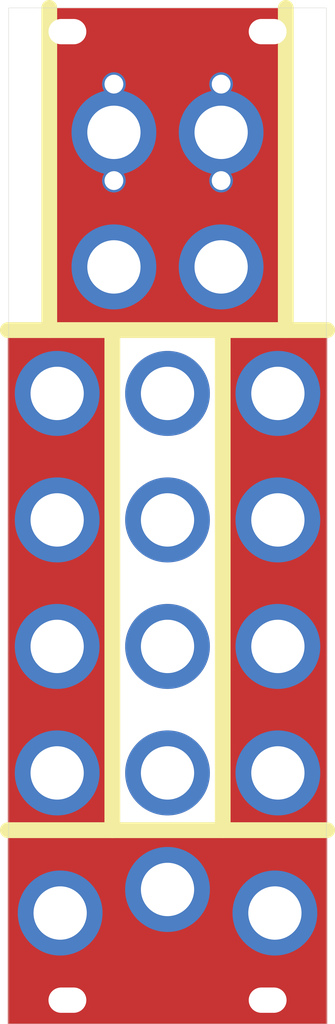
<source format=kicad_pcb>
(kicad_pcb (version 20171130) (host pcbnew 5.1.4+dfsg1-1)

  (general
    (thickness 1.6)
    (drawings 23)
    (tracks 23)
    (zones 0)
    (modules 4)
    (nets 1)
  )

  (page A4)
  (layers
    (0 F.Cu signal)
    (31 B.Cu signal hide)
    (32 B.Adhes user)
    (33 F.Adhes user)
    (34 B.Paste user)
    (35 F.Paste user)
    (36 B.SilkS user hide)
    (37 F.SilkS user)
    (38 B.Mask user)
    (39 F.Mask user)
    (40 Dwgs.User user)
    (41 Cmts.User user)
    (42 Eco1.User user)
    (43 Eco2.User user)
    (44 Edge.Cuts user)
    (45 Margin user)
    (46 B.CrtYd user)
    (47 F.CrtYd user)
    (48 B.Fab user)
    (49 F.Fab user)
  )

  (setup
    (last_trace_width 0.25)
    (trace_clearance 0.2)
    (zone_clearance 0.508)
    (zone_45_only no)
    (trace_min 0.2)
    (via_size 0.8)
    (via_drill 0.4)
    (via_min_size 0.4)
    (via_min_drill 0.3)
    (uvia_size 0.3)
    (uvia_drill 0.1)
    (uvias_allowed no)
    (uvia_min_size 0.2)
    (uvia_min_drill 0.1)
    (edge_width 0.05)
    (segment_width 0.2)
    (pcb_text_width 0.3)
    (pcb_text_size 1.5 1.5)
    (mod_edge_width 0.12)
    (mod_text_size 1 1)
    (mod_text_width 0.15)
    (pad_size 1.524 1.524)
    (pad_drill 0.762)
    (pad_to_mask_clearance 0.051)
    (solder_mask_min_width 0.25)
    (aux_axis_origin 100 150)
    (grid_origin 100 150)
    (visible_elements FFFFFF7F)
    (pcbplotparams
      (layerselection 0x010fc_ffffffff)
      (usegerberextensions false)
      (usegerberattributes true)
      (usegerberadvancedattributes false)
      (creategerberjobfile false)
      (excludeedgelayer false)
      (linewidth 0.150000)
      (plotframeref false)
      (viasonmask false)
      (mode 1)
      (useauxorigin true)
      (hpglpennumber 1)
      (hpglpenspeed 20)
      (hpglpendiameter 15.000000)
      (psnegative false)
      (psa4output false)
      (plotreference true)
      (plotvalue true)
      (plotinvisibletext false)
      (padsonsilk false)
      (subtractmaskfromsilk false)
      (outputformat 1)
      (mirror false)
      (drillshape 0)
      (scaleselection 1)
      (outputdirectory ""))
  )

  (net 0 "")

  (net_class Default "This is the default net class."
    (clearance 0.2)
    (trace_width 0.25)
    (via_dia 0.8)
    (via_drill 0.4)
    (uvia_dia 0.3)
    (uvia_drill 0.1)
  )

  (module ttt_lib:euro_mounting_hole (layer F.Cu) (tedit 5E1106B2) (tstamp 5E11B084)
    (at 112.7 24.5)
    (fp_text reference REF** (at 0 0.5) (layer F.SilkS)
      (effects (font (size 1 1) (thickness 0.15)))
    )
    (fp_text value euro_mounting_hole (at 0 -0.5) (layer F.Fab)
      (effects (font (size 1 1) (thickness 0.15)))
    )
    (pad "" np_thru_hole oval (at 0 0) (size 4.8 3.2) (drill oval 4.8 3.2) (layers *.Cu *.Mask))
  )

  (module ttt_lib:euro_mounting_hole (layer F.Cu) (tedit 5E1106B2) (tstamp 5E11B084)
    (at 87.3 24.5)
    (fp_text reference REF** (at 0 0.5) (layer F.SilkS)
      (effects (font (size 1 1) (thickness 0.15)))
    )
    (fp_text value euro_mounting_hole (at 0 -0.5) (layer F.Fab)
      (effects (font (size 1 1) (thickness 0.15)))
    )
    (pad "" np_thru_hole oval (at 0 0) (size 4.8 3.2) (drill oval 4.8 3.2) (layers *.Cu *.Mask))
  )

  (module ttt_lib:euro_mounting_hole (layer F.Cu) (tedit 5E1106B2) (tstamp 5E11B001)
    (at 87.3 147)
    (fp_text reference REF** (at 0 0.5) (layer F.SilkS)
      (effects (font (size 1 1) (thickness 0.15)))
    )
    (fp_text value euro_mounting_hole (at 0 -0.5) (layer F.Fab)
      (effects (font (size 1 1) (thickness 0.15)))
    )
    (pad "" np_thru_hole oval (at 0 0) (size 4.8 3.2) (drill oval 4.8 3.2) (layers *.Cu *.Mask))
  )

  (module ttt_lib:euro_mounting_hole (layer F.Cu) (tedit 5E1106B2) (tstamp 5E11B001)
    (at 112.7 147)
    (fp_text reference REF** (at 0 0.5) (layer F.SilkS)
      (effects (font (size 1 1) (thickness 0.15)))
    )
    (fp_text value euro_mounting_hole (at 0 -0.5) (layer F.Fab)
      (effects (font (size 1 1) (thickness 0.15)))
    )
    (pad "" np_thru_hole oval (at 0 0) (size 4.8 3.2) (drill oval 4.8 3.2) (layers *.Cu *.Mask))
  )

  (gr_poly (pts (xy 106.75 62.25) (xy 120.25 62.25) (xy 120.25 125.5) (xy 107 125.5) (xy 106.75 125.5)) (layer F.Mask) (width 0) (tstamp 5E11B19F))
  (gr_line (start 85 21.5) (end 85 62.25) (layer F.SilkS) (width 2))
  (gr_line (start 115 62.25) (end 115 21.5) (layer F.SilkS) (width 2))
  (gr_poly (pts (xy 79.75 125.5) (xy 120.25 125.5) (xy 120.25 150) (xy 79.75 150)) (layer F.Cu) (width 0))
  (gr_poly (pts (xy 79.75 21.5) (xy 120.25 21.5) (xy 120.25 62.5) (xy 79.75 62.5)) (layer F.Mask) (width 0))
  (gr_line (start 79.75 125.5) (end 120.25 125.5) (layer F.SilkS) (width 2))
  (gr_line (start 107 125.5) (end 107 62.5) (layer F.SilkS) (width 2))
  (gr_line (start 93 62.25) (end 93 125.5) (layer F.SilkS) (width 2))
  (gr_line (start 120.25 62.25) (end 79.75 62.25) (layer F.SilkS) (width 2))
  (gr_poly (pts (xy 79.75 62.25) (xy 93.25 62.25) (xy 93.25 125.5) (xy 80 125.5) (xy 79.75 125.5)) (layer F.Mask) (width 0))
  (gr_poly (pts (xy 120.25 62.25) (xy 120.25 125.5) (xy 107 125.5) (xy 107 62.25)) (layer F.Cu) (width 0) (tstamp 5E11B0E1))
  (gr_poly (pts (xy 93 62.25) (xy 93 125.5) (xy 79.75 125.5) (xy 79.75 62.25)) (layer F.Cu) (width 0))
  (gr_line (start 100.5 125.5) (end 87 125.5) (layer Dwgs.User) (width 0.15))
  (gr_line (start 85 62.25) (end 92.25 62.25) (layer Dwgs.User) (width 0.15))
  (gr_line (start 93 67.5) (end 93 74.5) (layer Dwgs.User) (width 0.15))
  (gr_line (start 93 70) (end 93 67.5) (layer Dwgs.User) (width 0.15))
  (gr_poly (pts (xy 85 21.5) (xy 85 62.25) (xy 115 62.25) (xy 115 21.5)) (layer F.Cu) (width 0))
  (gr_line (start 85 21.5) (end 85 62.25) (layer Dwgs.User) (width 0.15))
  (gr_line (start 85 21.5) (end 115 21.5) (layer Dwgs.User) (width 0.15))
  (gr_line (start 120.15 21.5) (end 79.85 21.5) (layer Edge.Cuts) (width 0.05) (tstamp 5E115661))
  (gr_line (start 79.85 150) (end 120.15 150) (layer Edge.Cuts) (width 0.05) (tstamp 5E115660))
  (gr_line (start 120.15 21.5) (end 120.15 150) (layer Edge.Cuts) (width 0.05) (tstamp 5E11565A))
  (gr_line (start 79.85 21.5) (end 79.85 150) (layer Edge.Cuts) (width 0.05))

  (via (at 100 133) (size 10.75) (drill 6.75) (layers F.Cu B.Cu) (net 0))
  (via (at 86.38 135.98) (size 10.75) (drill 6.75) (layers F.Cu B.Cu) (net 0) (tstamp 5E115672))
  (via (at 100 102.26) (size 10.75) (drill 6.75) (layers F.Cu B.Cu) (net 0) (tstamp 5E11567A))
  (via (at 86 86.26) (size 10.75) (drill 6.75) (layers F.Cu B.Cu) (net 0) (tstamp 5E11567B))
  (via (at 100 86.26) (size 10.75) (drill 6.75) (layers F.Cu B.Cu) (net 0) (tstamp 5E11567A))
  (via (at 86 102.26) (size 10.75) (drill 6.75) (layers F.Cu B.Cu) (net 0) (tstamp 5E11567B))
  (via (at 100 118.26) (size 10.75) (drill 6.75) (layers F.Cu B.Cu) (net 0) (tstamp 5E11567A))
  (via (at 86 118.26) (size 10.75) (drill 6.75) (layers F.Cu B.Cu) (net 0) (tstamp 5E11567B))
  (via (at 100 70.26) (size 10.75) (drill 6.75) (layers F.Cu B.Cu) (net 0) (tstamp 5E11567A))
  (via (at 86 70.26) (size 10.75) (drill 6.75) (layers F.Cu B.Cu) (net 0) (tstamp 5E11567B))
  (via (at 113.62 135.98) (size 10.75) (drill 6.75) (layers F.Cu B.Cu) (net 0) (tstamp 5E1156B3))
  (via (at 114 118.26) (size 10.75) (drill 6.75) (layers F.Cu B.Cu) (net 0) (tstamp 5E1156B4))
  (via (at 114 102.26) (size 10.75) (drill 6.75) (layers F.Cu B.Cu) (net 0) (tstamp 5E1156B5))
  (via (at 114 86.26) (size 10.75) (drill 6.75) (layers F.Cu B.Cu) (net 0) (tstamp 5E1156B6))
  (via (at 114 70.26) (size 10.75) (drill 6.75) (layers F.Cu B.Cu) (net 0) (tstamp 5E1156B7))
  (via (at 106.8 54.26) (size 10.75) (drill 6.75) (layers F.Cu B.Cu) (net 0) (tstamp 5E1156E7))
  (via (at 93.2 54.26) (size 10.75) (drill 6.75) (layers F.Cu B.Cu) (net 0) (tstamp 5E1156E7))
  (via (at 93.2 37.24) (size 10.75) (drill 6.75) (layers F.Cu B.Cu) (net 0) (tstamp 5E1156F1))
  (via (at 106.8 37.24) (size 10.75) (drill 6.75) (layers F.Cu B.Cu) (net 0) (tstamp 5E1156F2))
  (via (at 106.8 43.34) (size 3) (drill 2.38) (layers F.Cu B.Cu) (net 0))
  (via (at 93.2 43.34) (size 3) (drill 2.38) (layers F.Cu B.Cu) (net 0) (tstamp 5E1157C0))
  (via (at 93.2 31.14) (size 3) (drill 2.38) (layers F.Cu B.Cu) (net 0) (tstamp 5E1157C6))
  (via (at 106.8 31.14) (size 3) (drill 2.38) (layers F.Cu B.Cu) (net 0) (tstamp 5E1157C7))

)

</source>
